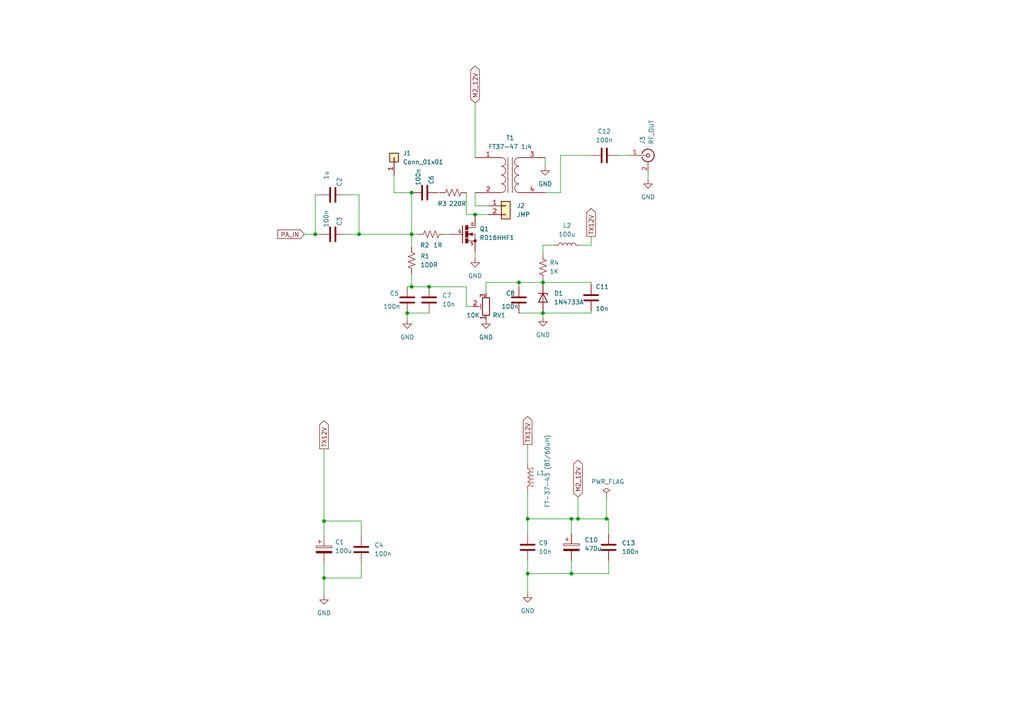
<source format=kicad_sch>
(kicad_sch (version 20211123) (generator eeschema)
  (paper "A4")
  (lib_symbols
    (symbol "Connector:Conn_Coaxial" (pin_names (offset 1.016) hide)
      (property "Reference" "J" (at 0.254 3.048 0))
      (property "Value" "Conn_Coaxial" (at 2.921 0 90))
      (symbol "Conn_Coaxial_0_1"
        (arc (start -1.778 -0.508) (mid 0.2311 -1.8066) (end 1.778 0) (stroke (width 0.254)))
        (polyline (pts (xy -2.54 0) (xy -0.508 0)))
        (polyline (pts (xy 0 -2.54) (xy 0 -1.778)))
        (circle (center 0 0) (radius 0.508) (stroke (width 0.2032)))
        (arc (start 1.778 0) (mid 0.2099 1.8101) (end -1.778 0.508) (stroke (width 0.254)))
      )
      (symbol "Conn_Coaxial_1_1"
        (pin passive line (at -5.08 0 0) (length 2.54) (name "In") (number "1"))
        (pin passive line (at 0 -5.08 90) (length 2.54) (name "Ext") (number "2"))
      )
    )
    (symbol "Connector_Generic:Conn_01x01" (pin_names (offset 1.016) hide)
      (property "Reference" "J" (at 0 2.54 0))
      (property "Value" "Conn_01x01" (at 0 -2.54 0))
      (symbol "Conn_01x01_1_1"
        (rectangle (start -1.27 0.127) (end 0 -0.127) (stroke (width 0.1524)))
        (rectangle (start -1.27 1.27) (end 1.27 -1.27) (stroke (width 0.254)) (fill (type background)))
        (pin passive line (at -5.08 0 0) (length 3.81) (name "Pin_1") (number "1"))
      )
    )
    (symbol "Connector_Generic:Conn_01x02" (pin_names (offset 1.016) hide)
      (property "Reference" "J" (at 0 2.54 0))
      (property "Value" "Conn_01x02" (at 0 -5.08 0))
      (symbol "Conn_01x02_1_1"
        (rectangle (start -1.27 -2.413) (end 0 -2.667) (stroke (width 0.1524)))
        (rectangle (start -1.27 0.127) (end 0 -0.127) (stroke (width 0.1524)))
        (rectangle (start -1.27 1.27) (end 1.27 -3.81) (stroke (width 0.254)) (fill (type background)))
        (pin passive line (at -5.08 0 0) (length 3.81) (name "Pin_1") (number "1"))
        (pin passive line (at -5.08 -2.54 0) (length 3.81) (name "Pin_2") (number "2"))
      )
    )
    (symbol "Custom_RF:Generic Transfomer" (pin_names (offset 1.016) hide)
      (property "Reference" "T" (at 0 6.35 0))
      (property "Value" "Generic Transfomer" (at 0 -7.62 0))
      (symbol "Generic Transfomer_0_1"
        (arc (start -2.54 -5.0546) (mid -1.6599 -4.6901) (end -1.27 -3.81))
        (arc (start -2.54 -2.5146) (mid -1.6599 -2.1501) (end -1.27 -1.27))
        (arc (start -2.54 0.0254) (mid -1.6599 0.3899) (end -1.27 1.27))
        (arc (start -2.54 2.5654) (mid -1.6599 2.9299) (end -1.27 3.81))
        (arc (start -1.27 -3.81) (mid -1.642 -2.912) (end -2.54 -2.54))
        (arc (start -1.27 -1.27) (mid -1.642 -0.372) (end -2.54 0))
        (arc (start -1.27 1.27) (mid -1.642 2.168) (end -2.54 2.54))
        (arc (start -1.27 3.81) (mid -1.642 4.708) (end -2.54 5.08))
        (polyline (pts (xy -0.635 5.08) (xy -0.635 -5.08)))
        (polyline (pts (xy 0.635 -5.08) (xy 0.635 5.08)))
        (arc (start 1.2954 -1.27) (mid 1.6599 -2.1501) (end 2.54 -2.5146))
        (arc (start 1.2954 1.27) (mid 1.6599 0.3899) (end 2.54 0.0254))
        (arc (start 1.2954 3.81) (mid 1.6599 2.9299) (end 2.54 2.5654))
        (arc (start 1.3208 -3.81) (mid 1.6853 -4.6901) (end 2.5654 -5.0546))
        (arc (start 2.54 0) (mid 1.642 -0.372) (end 1.2954 -1.27))
        (arc (start 2.54 2.54) (mid 1.642 2.168) (end 1.2954 1.27))
        (arc (start 2.54 5.08) (mid 1.642 4.708) (end 1.2954 3.81))
        (arc (start 2.5654 -2.54) (mid 1.6674 -2.912) (end 1.3208 -3.81))
      )
      (symbol "Generic Transfomer_1_1"
        (pin passive line (at -10.16 5.08 0) (length 7.62) (name "AA") (number "1"))
        (pin passive line (at -10.16 -5.08 0) (length 7.62) (name "AB") (number "2"))
        (pin passive line (at 10.16 5.08 180) (length 7.62) (name "SB") (number "3"))
        (pin passive line (at 10.16 -5.08 180) (length 7.62) (name "SA") (number "4"))
      )
    )
    (symbol "Custom_RF:RD16HHF1" (pin_numbers hide) (pin_names (offset 1.016) hide)
      (property "Reference" "Q" (at 3.302 0.508 0))
      (property "Value" "RD16HHF1" (at 3.302 -0.508 0))
      (symbol "RD16HHF1_0_0"
        (rectangle (start -0.254 -2.54) (end 0.508 -1.27) (fill (type outline)))
        (rectangle (start -0.254 -0.889) (end 0.508 0.889) (fill (type outline)))
        (rectangle (start -0.254 1.27) (end 0.508 2.54) (fill (type outline)))
        (polyline (pts (xy -1.1176 0) (xy -2.54 0)) (stroke (width 0.1524)))
        (polyline (pts (xy -1.1176 0) (xy -1.1176 -2.54)) (stroke (width 0.254)))
        (polyline (pts (xy -1.1176 2.413) (xy -1.1176 0)) (stroke (width 0.254)))
        (polyline (pts (xy 0.508 -1.905) (xy 2.54 -1.905)) (stroke (width 0.1524)))
        (polyline (pts (xy 0.508 0) (xy 1.143 0)) (stroke (width 0.1524)))
        (polyline (pts (xy 0.508 0) (xy 1.778 0.381)) (stroke (width 0.1524)))
        (polyline (pts (xy 1.143 0) (xy 1.651 -0.127)) (stroke (width 0.3048)))
        (polyline (pts (xy 1.143 0) (xy 2.54 0)) (stroke (width 0.1524)))
        (polyline (pts (xy 1.651 0.127) (xy 1.143 0)) (stroke (width 0.3048)))
        (polyline (pts (xy 1.778 -0.381) (xy 0.508 0)) (stroke (width 0.1524)))
        (polyline (pts (xy 1.778 0.381) (xy 1.778 -0.381)) (stroke (width 0.1524)))
        (polyline (pts (xy 2.54 -1.905) (xy 2.54 -2.54)) (stroke (width 0.1524)))
        (polyline (pts (xy 2.54 0) (xy 2.54 -1.905)) (stroke (width 0.1524)))
        (polyline (pts (xy 2.54 1.905) (xy 0.5334 1.905)) (stroke (width 0.1524)))
        (polyline (pts (xy 2.54 2.54) (xy 2.54 1.905)) (stroke (width 0.1524)))
        (circle (center 2.54 -1.905) (radius 0.254) (stroke (width 0.4064)))
        (text "D" (at 1.27 2.413 0) (effects (font (size 0.8128 0.8128)) (justify left bottom)))
        (text "G" (at -2.413 0.381 0) (effects (font (size 0.8128 0.8128)) (justify left bottom)))
        (text "S" (at 1.143 -3.175 0) (effects (font (size 0.8128 0.8128)) (justify left bottom)))
        (pin passive line (at -5.08 0 0) (length 2.54) (name "~") (number "1"))
        (pin passive line (at 2.54 -5.08 90) (length 2.54) (name "~") (number "2"))
        (pin passive line (at 2.54 5.08 270) (length 2.54) (name "~") (number "3"))
      )
    )
    (symbol "Device:C" (pin_numbers hide) (pin_names (offset 0.254))
      (property "Reference" "C" (at 0.635 2.54 0))
      (property "Value" "C" (at 0.635 -2.54 0))
      (symbol "C_0_1"
        (polyline (pts (xy -2.032 -0.762) (xy 2.032 -0.762)) (stroke (width 0.508)))
        (polyline (pts (xy -2.032 0.762) (xy 2.032 0.762)) (stroke (width 0.508)))
      )
      (symbol "C_1_1"
        (pin passive line (at 0 3.81 270) (length 2.794) (name "~") (number "1"))
        (pin passive line (at 0 -3.81 90) (length 2.794) (name "~") (number "2"))
      )
    )
    (symbol "Device:C_Polarized" (pin_numbers hide) (pin_names (offset 0.254))
      (property "Reference" "C" (at 0.635 2.54 0))
      (property "Value" "C_Polarized" (at 0.635 -2.54 0))
      (symbol "C_Polarized_0_1"
        (rectangle (start -2.286 0.508) (end 2.286 1.016))
        (polyline (pts (xy -1.778 2.286) (xy -0.762 2.286)))
        (polyline (pts (xy -1.27 2.794) (xy -1.27 1.778)))
        (rectangle (start 2.286 -0.508) (end -2.286 -1.016) (fill (type outline)))
      )
      (symbol "C_Polarized_1_1"
        (pin passive line (at 0 3.81 270) (length 2.794) (name "~") (number "1"))
        (pin passive line (at 0 -3.81 90) (length 2.794) (name "~") (number "2"))
      )
    )
    (symbol "Device:L" (pin_numbers hide) (pin_names (offset 1.016) hide)
      (property "Reference" "L" (at -1.27 0 90))
      (property "Value" "L" (at 1.905 0 90))
      (symbol "L_0_1"
        (arc (start 0 -2.54) (mid 0.635 -1.905) (end 0 -1.27))
        (arc (start 0 -1.27) (mid 0.635 -0.635) (end 0 0))
        (arc (start 0 0) (mid 0.635 0.635) (end 0 1.27))
        (arc (start 0 1.27) (mid 0.635 1.905) (end 0 2.54))
      )
      (symbol "L_1_1"
        (pin passive line (at 0 3.81 270) (length 1.27) (name "1") (number "1"))
        (pin passive line (at 0 -3.81 90) (length 1.27) (name "2") (number "2"))
      )
    )
    (symbol "Device:L_Ferrite" (pin_numbers hide) (pin_names (offset 1.016) hide)
      (property "Reference" "L" (at -1.27 0 90))
      (property "Value" "L_Ferrite" (at 2.794 0 90))
      (symbol "L_Ferrite_0_1"
        (arc (start 0 -2.54) (mid 0.635 -1.905) (end 0 -1.27))
        (arc (start 0 -1.27) (mid 0.635 -0.635) (end 0 0))
        (polyline (pts (xy 1.016 -2.794) (xy 1.016 -2.286)))
        (polyline (pts (xy 1.016 -1.778) (xy 1.016 -1.27)))
        (polyline (pts (xy 1.016 -0.762) (xy 1.016 -0.254)))
        (polyline (pts (xy 1.016 0.254) (xy 1.016 0.762)))
        (polyline (pts (xy 1.016 1.27) (xy 1.016 1.778)))
        (polyline (pts (xy 1.016 2.286) (xy 1.016 2.794)))
        (polyline (pts (xy 1.524 -2.286) (xy 1.524 -2.794)))
        (polyline (pts (xy 1.524 -1.27) (xy 1.524 -1.778)))
        (polyline (pts (xy 1.524 -0.254) (xy 1.524 -0.762)))
        (polyline (pts (xy 1.524 0.762) (xy 1.524 0.254)))
        (polyline (pts (xy 1.524 1.778) (xy 1.524 1.27)))
        (polyline (pts (xy 1.524 2.794) (xy 1.524 2.286)))
        (arc (start 0 0) (mid 0.635 0.635) (end 0 1.27))
        (arc (start 0 1.27) (mid 0.635 1.905) (end 0 2.54))
      )
      (symbol "L_Ferrite_1_1"
        (pin passive line (at 0 3.81 270) (length 1.27) (name "1") (number "1"))
        (pin passive line (at 0 -3.81 90) (length 1.27) (name "2") (number "2"))
      )
    )
    (symbol "Device:R_Potentiometer_Trim" (pin_names (offset 1.016) hide)
      (property "Reference" "RV" (at -4.445 0 90))
      (property "Value" "R_Potentiometer_Trim" (at -2.54 0 90))
      (symbol "R_Potentiometer_Trim_0_1"
        (polyline (pts (xy 1.524 0.762) (xy 1.524 -0.762)))
        (polyline (pts (xy 2.54 0) (xy 1.524 0)))
        (rectangle (start 1.016 2.54) (end -1.016 -2.54) (stroke (width 0.254)))
      )
      (symbol "R_Potentiometer_Trim_1_1"
        (pin passive line (at 0 3.81 270) (length 1.27) (name "1") (number "1"))
        (pin passive line (at 3.81 0 180) (length 1.27) (name "2") (number "2"))
        (pin passive line (at 0 -3.81 90) (length 1.27) (name "3") (number "3"))
      )
    )
    (symbol "Device:R_US" (pin_numbers hide) (pin_names (offset 0))
      (property "Reference" "R" (at 2.54 0 90))
      (property "Value" "R_US" (at -2.54 0 90))
      (symbol "R_US_0_1"
        (polyline (pts (xy 0 -2.286) (xy 0 -2.54)))
        (polyline (pts (xy 0 2.286) (xy 0 2.54)))
        (polyline (pts (xy 0 -0.762) (xy 1.016 -1.143) (xy 0 -1.524) (xy -1.016 -1.905) (xy 0 -2.286)))
        (polyline (pts (xy 0 0.762) (xy 1.016 0.381) (xy 0 0) (xy -1.016 -0.381) (xy 0 -0.762)))
        (polyline (pts (xy 0 2.286) (xy 1.016 1.905) (xy 0 1.524) (xy -1.016 1.143) (xy 0 0.762)))
      )
      (symbol "R_US_1_1"
        (pin passive line (at 0 3.81 270) (length 1.27) (name "~") (number "1"))
        (pin passive line (at 0 -3.81 90) (length 1.27) (name "~") (number "2"))
      )
    )
    (symbol "Diode:1N47xxA" (pin_numbers hide) (pin_names hide)
      (property "Reference" "D" (at 0 2.54 0))
      (property "Value" "1N47xxA" (at 0 -2.54 0))
      (symbol "1N47xxA_0_1"
        (polyline (pts (xy 1.27 0) (xy -1.27 0)))
        (polyline (pts (xy -1.27 -1.27) (xy -1.27 1.27) (xy -0.762 1.27)) (stroke (width 0.254)))
        (polyline (pts (xy 1.27 -1.27) (xy 1.27 1.27) (xy -1.27 0) (xy 1.27 -1.27)) (stroke (width 0.254)))
      )
      (symbol "1N47xxA_1_1"
        (pin passive line (at -3.81 0 0) (length 2.54) (name "K") (number "1"))
        (pin passive line (at 3.81 0 180) (length 2.54) (name "A") (number "2"))
      )
    )
    (symbol "power:GND" (power) (pin_names (offset 0))
      (property "Value" "GND" (at 0 -3.81 0))
      (symbol "GND_0_1"
        (polyline (pts (xy 0 0) (xy 0 -1.27) (xy 1.27 -1.27) (xy 0 -2.54) (xy -1.27 -1.27) (xy 0 -1.27)))
      )
      (symbol "GND_1_1"
        (pin power_in line (at 0 0 270) (length 0) hide (name "GND") (number "1"))
      )
    )
    (symbol "power:PWR_FLAG" (power) (pin_numbers hide) (pin_names (offset 0) hide)
      (property "Value" "PWR_FLAG" (at 0 3.81 0))
      (symbol "PWR_FLAG_0_0"
        (pin power_out line (at 0 0 90) (length 0) (name "pwr") (number "1"))
      )
      (symbol "PWR_FLAG_0_1"
        (polyline (pts (xy 0 0) (xy 0 1.27) (xy -1.016 1.905) (xy 0 2.54) (xy 1.016 1.905) (xy 0 1.27)))
      )
    )
  )
  (junction (at 124.46 83.185))
  (junction (at 153.035 166.37))
  (junction (at 137.795 62.23))
  (junction (at 91.44 67.945))
  (junction (at 93.98 151.13))
  (junction (at 175.895 150.495))
  (junction (at 157.48 90.805))
  (junction (at 153.035 150.495))
  (junction (at 150.495 81.915))
  (junction (at 104.14 67.945))
  (junction (at 119.38 83.185))
  (junction (at 167.64 150.495))
  (junction (at 118.11 90.805))
  (junction (at 93.98 167.64))
  (junction (at 165.735 150.495))
  (junction (at 119.38 55.88))
  (junction (at 157.48 81.915))
  (junction (at 165.735 166.37))
  (junction (at 119.38 67.945))
  (wire (pts (xy 119.38 67.945) (xy 121.285 67.945)))
  (wire (pts (xy 93.98 167.64) (xy 104.775 167.64)))
  (wire (pts (xy 137.795 29.845) (xy 137.795 45.72)))
  (wire (pts (xy 137.795 62.23) (xy 137.795 62.865)))
  (wire (pts (xy 157.48 82.55) (xy 157.48 81.915)))
  (wire (pts (xy 93.98 163.195) (xy 93.98 167.64)))
  (wire (pts (xy 176.53 166.37) (xy 176.53 162.56)))
  (wire (pts (xy 88.265 67.945) (xy 91.44 67.945)))
  (wire (pts (xy 150.495 81.915) (xy 150.495 83.185)))
  (wire (pts (xy 141.605 62.23) (xy 137.795 62.23)))
  (wire (pts (xy 153.035 166.37) (xy 153.035 172.085)))
  (wire (pts (xy 165.735 150.495) (xy 165.735 154.94)))
  (wire (pts (xy 93.98 151.13) (xy 104.775 151.13)))
  (wire (pts (xy 167.64 150.495) (xy 175.895 150.495)))
  (wire (pts (xy 119.38 55.88) (xy 119.38 67.945)))
  (wire (pts (xy 137.795 59.69) (xy 137.795 55.88)))
  (wire (pts (xy 140.97 81.915) (xy 140.97 85.09)))
  (wire (pts (xy 137.795 73.025) (xy 137.795 74.93)))
  (wire (pts (xy 104.775 167.64) (xy 104.775 163.195)))
  (wire (pts (xy 91.44 56.515) (xy 91.44 67.945)))
  (wire (pts (xy 153.035 166.37) (xy 165.735 166.37)))
  (wire (pts (xy 162.56 45.085) (xy 162.56 55.88)))
  (wire (pts (xy 175.895 144.145) (xy 175.895 150.495)))
  (wire (pts (xy 165.735 150.495) (xy 167.64 150.495)))
  (wire (pts (xy 119.38 71.755) (xy 119.38 67.945)))
  (wire (pts (xy 175.895 150.495) (xy 176.53 150.495)))
  (wire (pts (xy 153.035 150.495) (xy 153.035 154.94)))
  (wire (pts (xy 157.48 90.805) (xy 150.495 90.805)))
  (wire (pts (xy 187.96 50.165) (xy 187.96 52.07)))
  (wire (pts (xy 119.38 79.375) (xy 119.38 83.185)))
  (wire (pts (xy 157.48 90.805) (xy 171.45 90.805)))
  (wire (pts (xy 104.14 67.945) (xy 119.38 67.945)))
  (wire (pts (xy 157.48 90.17) (xy 157.48 90.805)))
  (wire (pts (xy 104.14 56.515) (xy 104.14 67.945)))
  (wire (pts (xy 157.48 71.12) (xy 157.48 73.66)))
  (wire (pts (xy 171.45 45.085) (xy 162.56 45.085)))
  (wire (pts (xy 100.33 56.515) (xy 104.14 56.515)))
  (wire (pts (xy 176.53 150.495) (xy 176.53 154.94)))
  (wire (pts (xy 168.275 71.12) (xy 171.45 71.12)))
  (wire (pts (xy 171.45 81.915) (xy 171.45 82.55)))
  (wire (pts (xy 119.38 83.185) (xy 124.46 83.185)))
  (wire (pts (xy 157.48 92.075) (xy 157.48 90.805)))
  (wire (pts (xy 150.495 81.915) (xy 157.48 81.915)))
  (wire (pts (xy 92.71 56.515) (xy 91.44 56.515)))
  (wire (pts (xy 179.07 45.085) (xy 182.88 45.085)))
  (wire (pts (xy 118.11 83.185) (xy 119.38 83.185)))
  (wire (pts (xy 160.655 71.12) (xy 157.48 71.12)))
  (wire (pts (xy 135.255 88.9) (xy 135.255 83.185)))
  (wire (pts (xy 153.035 142.24) (xy 153.035 150.495)))
  (wire (pts (xy 135.255 83.185) (xy 124.46 83.185)))
  (wire (pts (xy 171.45 68.58) (xy 171.45 71.12)))
  (wire (pts (xy 158.115 55.88) (xy 162.56 55.88)))
  (wire (pts (xy 114.3 55.88) (xy 114.3 50.8)))
  (wire (pts (xy 158.115 48.26) (xy 158.115 45.72)))
  (wire (pts (xy 118.11 92.71) (xy 118.11 90.805)))
  (wire (pts (xy 137.16 88.9) (xy 135.255 88.9)))
  (wire (pts (xy 157.48 81.915) (xy 157.48 81.28)))
  (wire (pts (xy 165.735 166.37) (xy 176.53 166.37)))
  (wire (pts (xy 93.98 130.175) (xy 93.98 151.13)))
  (wire (pts (xy 140.97 81.915) (xy 150.495 81.915)))
  (wire (pts (xy 157.48 81.915) (xy 171.45 81.915)))
  (wire (pts (xy 171.45 90.805) (xy 171.45 90.17)))
  (wire (pts (xy 118.11 90.805) (xy 124.46 90.805)))
  (wire (pts (xy 93.98 151.13) (xy 93.98 155.575)))
  (wire (pts (xy 135.255 62.23) (xy 137.795 62.23)))
  (wire (pts (xy 91.44 67.945) (xy 92.71 67.945)))
  (wire (pts (xy 153.035 150.495) (xy 165.735 150.495)))
  (wire (pts (xy 153.035 162.56) (xy 153.035 166.37)))
  (wire (pts (xy 165.735 162.56) (xy 165.735 166.37)))
  (wire (pts (xy 167.64 144.145) (xy 167.64 150.495)))
  (wire (pts (xy 127 55.88) (xy 127.635 55.88)))
  (wire (pts (xy 119.38 55.88) (xy 114.3 55.88)))
  (wire (pts (xy 135.255 55.88) (xy 135.255 62.23)))
  (wire (pts (xy 128.905 67.945) (xy 130.175 67.945)))
  (wire (pts (xy 100.33 67.945) (xy 104.14 67.945)))
  (wire (pts (xy 93.98 167.64) (xy 93.98 172.72)))
  (wire (pts (xy 153.035 128.905) (xy 153.035 134.62)))
  (wire (pts (xy 141.605 59.69) (xy 137.795 59.69)))
  (wire (pts (xy 104.775 151.13) (xy 104.775 155.575)))
  (global_label "TX12V" (shape output) (at 171.45 68.58 90) (property "Intersheet References" "${INTERSHEET_REFS}" (effects hide)))
  (global_label "TX12V" (shape output) (at 153.035 128.905 90) (property "Intersheet References" "${INTERSHEET_REFS}" (effects hide)))
  (global_label "PA_IN" (shape input) (at 88.265 67.945 180) (property "Intersheet References" "${INTERSHEET_REFS}" (effects hide)))
  (global_label "TX12V" (shape output) (at 93.98 130.175 90) (property "Intersheet References" "${INTERSHEET_REFS}" (effects hide)))
  (global_label "M2_12V" (shape bidirectional) (at 137.795 29.845 90) (property "Intersheet References" "${INTERSHEET_REFS}" (effects hide)))
  (global_label "M2_12V" (shape bidirectional) (at 167.64 144.145 90) (property "Intersheet References" "${INTERSHEET_REFS}" (effects hide)))
  (symbol (lib_id "Device:C") (at 124.46 86.995 0) (unit 1)
    (property "Reference" "C7" (at 128.27 85.7249 0) (effects (justify left)))
    (property "Value" "10n" (at 128.27 88.2649 0) (effects (justify left)))
    (property "Footprint" "Capacitor_SMD:C_1206_3216Metric" (effects hide))
  )
  (symbol (lib_id "Device:C_Polarized") (at 165.735 158.75 0) (unit 1)
    (property "Reference" "C10" (at 169.545 156.5909 0) (effects (justify left)))
    (property "Value" "470u" (at 169.545 159.1309 0) (effects (justify left)))
    (property "Footprint" "Capacitor_THT:CP_Radial_D8.0mm_P2.50mm" (effects hide))
  )
  (symbol (lib_id "Device:C") (at 123.19 55.88 270) (unit 1)
    (property "Reference" "C6" (at 125.095 50.8 0) (effects (justify left)))
    (property "Value" "100n" (at 121.285 48.895 0) (effects (justify left)))
    (property "Footprint" "Capacitor_SMD:C_1206_3216Metric" (effects hide))
  )
  (symbol (lib_id "Device:C") (at 175.26 45.085 90) (unit 1)
    (property "Reference" "C12" (at 175.26 38.1 90))
    (property "Value" "100n" (at 175.26 40.64 90))
    (property "Footprint" "Capacitor_SMD:C_1206_3216Metric" (effects hide))
  )
  (symbol (lib_id "power:GND") (at 157.48 92.075 0) (unit 1)
    (property "Reference" "#PWR06" (effects hide))
    (property "Value" "GND" (at 157.48 97.155 0))
  )
  (symbol (lib_id "Device:C") (at 150.495 86.995 0) (unit 1)
    (property "Reference" "C8" (at 146.685 85.09 0) (effects (justify left)))
    (property "Value" "100n" (at 145.415 88.9 0) (effects (justify left)))
    (property "Footprint" "Capacitor_SMD:C_1206_3216Metric" (effects hide))
  )
  (symbol (lib_id "power:GND") (at 153.035 172.085 0) (unit 1)
    (property "Reference" "#PWR05" (effects hide))
    (property "Value" "GND" (at 153.035 177.165 0))
  )
  (symbol (lib_id "Device:L") (at 164.465 71.12 90) (unit 1)
    (property "Reference" "L2" (at 164.465 65.405 90))
    (property "Value" "100u" (at 164.465 67.945 90))
    (property "Footprint" "Inductor_SMD:L_1206_3216Metric_Pad1.42x1.75mm_HandSolder" (effects hide))
  )
  (symbol (lib_id "power:GND") (at 187.96 52.07 0) (unit 1)
    (property "Reference" "#PWR08" (effects hide))
    (property "Value" "GND" (at 187.96 57.15 0))
  )
  (symbol (lib_id "Device:R_Potentiometer_Trim") (at 140.97 88.9 180) (unit 1)
    (property "Reference" "RV1" (at 142.875 91.44 0) (effects (justify right)))
    (property "Value" "10K" (at 135.255 91.44 0) (effects (justify right)))
    (property "Footprint" "Potentiometer_THT:Potentiometer_Bourns_3296W_Vertical" (effects hide))
  )
  (symbol (lib_id "Device:R_US") (at 131.445 55.88 270) (unit 1)
    (property "Reference" "R3" (at 128.27 59.055 90))
    (property "Value" "220R" (at 132.715 59.055 90))
    (property "Footprint" "Resistor_SMD:R_1206_3216Metric" (effects hide))
  )
  (symbol (lib_id "Device:C") (at 118.11 86.995 0) (unit 1)
    (property "Reference" "C5" (at 113.03 85.09 0) (effects (justify left)))
    (property "Value" "100n" (at 111.125 88.9 0) (effects (justify left)))
    (property "Footprint" "Capacitor_SMD:C_1206_3216Metric" (effects hide))
  )
  (symbol (lib_id "Diode:1N47xxA") (at 157.48 86.36 270) (unit 1)
    (property "Reference" "D1" (at 160.655 85.0899 90) (effects (justify left)))
    (property "Value" "1N4733A" (at 160.655 87.6299 90) (effects (justify left)))
    (property "Footprint" "Diode_THT:D_DO-41_SOD81_P10.16mm_Horizontal" (effects hide))
    (property "Datasheet" "https://www.vishay.com/docs/85816/1n4728a.pdf" (effects hide))
  )
  (symbol (lib_id "power:GND") (at 118.11 92.71 0) (unit 1)
    (property "Reference" "#PWR02" (effects hide))
    (property "Value" "GND" (at 118.11 97.79 0))
  )
  (symbol (lib_id "Device:C") (at 96.52 56.515 270) (unit 1)
    (property "Reference" "C2" (at 98.425 51.435 0) (effects (justify left)))
    (property "Value" "1u" (at 94.615 49.53 0) (effects (justify left)))
    (property "Footprint" "Capacitor_SMD:C_1206_3216Metric" (effects hide))
  )
  (symbol (lib_id "Device:C") (at 96.52 67.945 270) (unit 1)
    (property "Reference" "C3" (at 98.425 62.865 0) (effects (justify left)))
    (property "Value" "100n" (at 94.615 60.96 0) (effects (justify left)))
    (property "Footprint" "Capacitor_SMD:C_1206_3216Metric" (effects hide))
  )
  (symbol (lib_id "Device:C") (at 171.45 86.36 0) (unit 1)
    (property "Reference" "C11" (at 172.72 83.185 0) (effects (justify left)))
    (property "Value" "10n" (at 172.72 89.535 0) (effects (justify left)))
    (property "Footprint" "Capacitor_SMD:C_1206_3216Metric" (effects hide))
  )
  (symbol (lib_id "Connector_Generic:Conn_01x02") (at 146.685 59.69 0) (unit 1)
    (property "Reference" "J2" (at 149.86 59.6899 0) (effects (justify left)))
    (property "Value" "JMP" (at 149.86 62.2299 0) (effects (justify left)))
    (property "Footprint" "Connector_PinHeader_2.54mm:PinHeader_1x02_P2.54mm_Vertical" (effects hide))
  )
  (symbol (lib_id "power:GND") (at 158.115 48.26 0) (unit 1)
    (property "Reference" "#PWR07" (effects hide))
    (property "Value" "GND" (at 158.115 53.34 0))
  )
  (symbol (lib_id "Device:R_US") (at 157.48 77.47 0) (unit 1)
    (property "Reference" "R4" (at 159.385 76.1999 0) (effects (justify left)))
    (property "Value" "1K" (at 159.385 78.7399 0) (effects (justify left)))
    (property "Footprint" "Resistor_SMD:R_1206_3216Metric" (effects hide))
  )
  (symbol (lib_id "power:GND") (at 137.795 74.93 0) (unit 1)
    (property "Reference" "#PWR03" (effects hide))
    (property "Value" "GND" (at 137.795 80.01 0))
  )
  (symbol (lib_id "Device:R_US") (at 125.095 67.945 270) (unit 1)
    (property "Reference" "R2" (at 123.19 71.12 90))
    (property "Value" "1R" (at 127 71.12 90))
    (property "Footprint" "Resistor_SMD:R_1206_3216Metric" (effects hide))
  )
  (symbol (lib_id "Custom_RF:Generic Transfomer") (at 147.955 50.8 0) (unit 1)
    (property "Reference" "T1" (at 147.9677 40.005 0))
    (property "Value" "FT37-47 1:4" (at 147.9677 42.545 0))
    (property "Footprint" "Transformer_THT:Transformer_Toroid_Horizontal_D10.5mm_Amidon-T37" (effects hide))
  )
  (symbol (lib_id "Device:C") (at 176.53 158.75 0) (unit 1)
    (property "Reference" "C13" (at 180.34 157.4799 0) (effects (justify left)))
    (property "Value" "100n" (at 180.34 160.0199 0) (effects (justify left)))
    (property "Footprint" "Capacitor_SMD:C_1206_3216Metric" (effects hide))
  )
  (symbol (lib_id "Connector:Conn_Coaxial") (at 187.96 45.085 0) (unit 1)
    (property "Reference" "J3" (at 186.3724 41.91 90) (effects (justify left)))
    (property "Value" "RF_OUT" (at 188.9124 41.91 90) (effects (justify left)))
    (property "Footprint" "Connector_Coaxial:SMA_Amphenol_901-144_Vertical" (effects hide))
    (property "Datasheet" " ~" (effects hide))
  )
  (symbol (lib_id "power:PWR_FLAG") (at 175.895 144.145 0) (unit 1)
    (property "Reference" "#FLG01" (effects hide))
    (property "Value" "PWR_FLAG" (at 171.45 139.7 0) (effects (justify left)))
  )
  (symbol (lib_id "Device:C") (at 104.775 159.385 0) (unit 1)
    (property "Reference" "C4" (at 108.585 158.1149 0) (effects (justify left)))
    (property "Value" "100n" (at 108.585 160.6549 0) (effects (justify left)))
    (property "Footprint" "Capacitor_SMD:C_1206_3216Metric" (effects hide))
  )
  (symbol (lib_id "power:GND") (at 140.97 92.71 0) (unit 1)
    (property "Reference" "#PWR04" (effects hide))
    (property "Value" "GND" (at 140.97 97.79 0))
  )
  (symbol (lib_id "Device:L_Ferrite") (at 153.035 138.43 0) (unit 1)
    (property "Reference" "L1" (at 155.575 137.1599 0) (effects (justify left)))
    (property "Value" "FT-37-43 (8T/60uH)" (at 158.75 147.32 90) (effects (justify left)))
    (property "Footprint" "Inductor_THT:L_Toroid_Horizontal_D9.5mm_P15.00mm_Diameter10-5mm_Amidon-T37" (effects hide))
  )
  (symbol (lib_id "Device:C") (at 153.035 158.75 0) (unit 1)
    (property "Reference" "C9" (at 156.21 157.4799 0) (effects (justify left)))
    (property "Value" "10n" (at 156.21 160.0199 0) (effects (justify left)))
    (property "Footprint" "Capacitor_SMD:C_1206_3216Metric" (effects hide))
  )
  (symbol (lib_id "Device:R_US") (at 119.38 75.565 180) (unit 1)
    (property "Reference" "R1" (at 121.92 74.2949 0) (effects (justify right)))
    (property "Value" "100R" (at 121.92 76.8349 0) (effects (justify right)))
    (property "Footprint" "Resistor_SMD:R_1206_3216Metric" (effects hide))
  )
  (symbol (lib_id "Connector_Generic:Conn_01x01") (at 114.3 45.72 90) (unit 1)
    (property "Reference" "J1" (at 116.84 44.4499 90) (effects (justify right)))
    (property "Value" "Conn_01x01" (at 116.84 46.9899 90) (effects (justify right)))
    (property "Footprint" "Connector_PinHeader_1.00mm:PinHeader_1x01_P1.00mm_Vertical" (effects hide))
  )
  (symbol (lib_id "Device:C_Polarized") (at 93.98 159.385 0) (unit 1)
    (property "Reference" "C1" (at 97.155 157.2259 0) (effects (justify left)))
    (property "Value" "100u" (at 97.155 159.7659 0) (effects (justify left)))
    (property "Footprint" "Capacitor_THT:CP_Radial_D8.0mm_P2.50mm" (effects hide))
  )
  (symbol (lib_id "Custom_RF:RD16HHF1") (at 135.255 67.945 0) (unit 1)
    (property "Reference" "Q1" (at 139.065 66.4016 0) (effects (justify left)))
    (property "Value" "RD16HHF1" (at 139.065 68.9416 0) (effects (justify left)))
    (property "Footprint" "Custom_RF:TO-220-3" (effects hide))
  )
  (symbol (lib_id "power:GND") (at 93.98 172.72 0) (unit 1)
    (property "Reference" "#PWR01" (effects hide))
    (property "Value" "GND" (at 93.98 177.8 0))
  )
)
</source>
